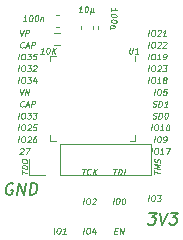
<source format=gbr>
%TF.GenerationSoftware,KiCad,Pcbnew,(5.99.0-10506-gb986797469)*%
%TF.CreationDate,2021-05-05T16:41:54+02:00*%
%TF.ProjectId,ESP31,45535033-312e-46b6-9963-61645f706362,rev?*%
%TF.SameCoordinates,Original*%
%TF.FileFunction,Legend,Top*%
%TF.FilePolarity,Positive*%
%FSLAX46Y46*%
G04 Gerber Fmt 4.6, Leading zero omitted, Abs format (unit mm)*
G04 Created by KiCad (PCBNEW (5.99.0-10506-gb986797469)) date 2021-05-05 16:41:54*
%MOMM*%
%LPD*%
G01*
G04 APERTURE LIST*
%ADD10C,0.100000*%
%ADD11C,0.200000*%
%ADD12C,0.120000*%
G04 APERTURE END LIST*
D10*
X114634211Y-98726190D02*
X114583616Y-99130952D01*
X114601473Y-99178571D01*
X114622306Y-99202380D01*
X114666949Y-99226190D01*
X114762187Y-99226190D01*
X114812782Y-99202380D01*
X114839568Y-99178571D01*
X114869330Y-99130952D01*
X114919925Y-98726190D01*
X115357425Y-99226190D02*
X115071711Y-99226190D01*
X115214568Y-99226190D02*
X115277068Y-98726190D01*
X115220520Y-98797619D01*
X115166949Y-98845238D01*
X115116354Y-98869047D01*
X110595520Y-95726190D02*
X110309806Y-95726190D01*
X110452663Y-95726190D02*
X110515163Y-95226190D01*
X110458616Y-95297619D01*
X110405044Y-95345238D01*
X110354449Y-95369047D01*
X110967544Y-95226190D02*
X111015163Y-95226190D01*
X111059806Y-95250000D01*
X111080639Y-95273809D01*
X111098497Y-95321428D01*
X111110401Y-95416666D01*
X111095520Y-95535714D01*
X111059806Y-95630952D01*
X111030044Y-95678571D01*
X111003258Y-95702380D01*
X110952663Y-95726190D01*
X110905044Y-95726190D01*
X110860401Y-95702380D01*
X110839568Y-95678571D01*
X110821711Y-95630952D01*
X110809806Y-95535714D01*
X110824687Y-95416666D01*
X110860401Y-95321428D01*
X110890163Y-95273809D01*
X110916949Y-95250000D01*
X110967544Y-95226190D01*
X111327663Y-95392857D02*
X111265163Y-95892857D01*
X111533020Y-95654761D02*
X111550877Y-95702380D01*
X111595520Y-95726190D01*
X111294925Y-95654761D02*
X111312782Y-95702380D01*
X111357425Y-95726190D01*
X111452663Y-95726190D01*
X111503258Y-95702380D01*
X111533020Y-95654761D01*
X111565758Y-95392857D01*
X113023809Y-95643139D02*
X113023809Y-95357425D01*
X113023809Y-95500282D02*
X113523809Y-95562782D01*
X113452380Y-95506235D01*
X113404761Y-95452663D01*
X113380952Y-95402068D01*
X113523809Y-96015163D02*
X113523809Y-96062782D01*
X113500000Y-96107425D01*
X113476190Y-96128258D01*
X113428571Y-96146116D01*
X113333333Y-96158020D01*
X113214285Y-96143139D01*
X113119047Y-96107425D01*
X113071428Y-96077663D01*
X113047619Y-96050877D01*
X113023809Y-96000282D01*
X113023809Y-95952663D01*
X113047619Y-95908020D01*
X113071428Y-95887187D01*
X113119047Y-95869330D01*
X113214285Y-95857425D01*
X113333333Y-95872306D01*
X113428571Y-95908020D01*
X113476190Y-95937782D01*
X113500000Y-95964568D01*
X113523809Y-96015163D01*
X113523809Y-96491354D02*
X113523809Y-96538973D01*
X113500000Y-96583616D01*
X113476190Y-96604449D01*
X113428571Y-96622306D01*
X113333333Y-96634211D01*
X113214285Y-96619330D01*
X113119047Y-96583616D01*
X113071428Y-96553854D01*
X113047619Y-96527068D01*
X113023809Y-96476473D01*
X113023809Y-96428854D01*
X113047619Y-96384211D01*
X113071428Y-96363377D01*
X113119047Y-96345520D01*
X113214285Y-96333616D01*
X113333333Y-96348497D01*
X113428571Y-96384211D01*
X113476190Y-96413973D01*
X113500000Y-96440758D01*
X113523809Y-96491354D01*
X113357142Y-96851473D02*
X113023809Y-96809806D01*
X113309523Y-96845520D02*
X113333333Y-96872306D01*
X113357142Y-96922901D01*
X113357142Y-96994330D01*
X113333333Y-97038973D01*
X113285714Y-97056830D01*
X113023809Y-97024092D01*
X105893139Y-96476190D02*
X105607425Y-96476190D01*
X105750282Y-96476190D02*
X105812782Y-95976190D01*
X105756235Y-96047619D01*
X105702663Y-96095238D01*
X105652068Y-96119047D01*
X106265163Y-95976190D02*
X106312782Y-95976190D01*
X106357425Y-96000000D01*
X106378258Y-96023809D01*
X106396116Y-96071428D01*
X106408020Y-96166666D01*
X106393139Y-96285714D01*
X106357425Y-96380952D01*
X106327663Y-96428571D01*
X106300877Y-96452380D01*
X106250282Y-96476190D01*
X106202663Y-96476190D01*
X106158020Y-96452380D01*
X106137187Y-96428571D01*
X106119330Y-96380952D01*
X106107425Y-96285714D01*
X106122306Y-96166666D01*
X106158020Y-96071428D01*
X106187782Y-96023809D01*
X106214568Y-96000000D01*
X106265163Y-95976190D01*
X106741354Y-95976190D02*
X106788973Y-95976190D01*
X106833616Y-96000000D01*
X106854449Y-96023809D01*
X106872306Y-96071428D01*
X106884211Y-96166666D01*
X106869330Y-96285714D01*
X106833616Y-96380952D01*
X106803854Y-96428571D01*
X106777068Y-96452380D01*
X106726473Y-96476190D01*
X106678854Y-96476190D01*
X106634211Y-96452380D01*
X106613377Y-96428571D01*
X106595520Y-96380952D01*
X106583616Y-96285714D01*
X106598497Y-96166666D01*
X106634211Y-96071428D01*
X106663973Y-96023809D01*
X106690758Y-96000000D01*
X106741354Y-95976190D01*
X107101473Y-96142857D02*
X107059806Y-96476190D01*
X107095520Y-96190476D02*
X107122306Y-96166666D01*
X107172901Y-96142857D01*
X107244330Y-96142857D01*
X107288973Y-96166666D01*
X107306830Y-96214285D01*
X107274092Y-96476190D01*
X107357425Y-99226190D02*
X107071711Y-99226190D01*
X107214568Y-99226190D02*
X107277068Y-98726190D01*
X107220520Y-98797619D01*
X107166949Y-98845238D01*
X107116354Y-98869047D01*
X107729449Y-98726190D02*
X107777068Y-98726190D01*
X107821711Y-98750000D01*
X107842544Y-98773809D01*
X107860401Y-98821428D01*
X107872306Y-98916666D01*
X107857425Y-99035714D01*
X107821711Y-99130952D01*
X107791949Y-99178571D01*
X107765163Y-99202380D01*
X107714568Y-99226190D01*
X107666949Y-99226190D01*
X107622306Y-99202380D01*
X107601473Y-99178571D01*
X107583616Y-99130952D01*
X107571711Y-99035714D01*
X107586592Y-98916666D01*
X107622306Y-98821428D01*
X107652068Y-98773809D01*
X107678854Y-98750000D01*
X107729449Y-98726190D01*
X108047901Y-99226190D02*
X108110401Y-98726190D01*
X108333616Y-99226190D02*
X108155044Y-98940476D01*
X108396116Y-98726190D02*
X108074687Y-99011904D01*
X116726190Y-109401502D02*
X116726190Y-109115788D01*
X117226190Y-109321145D02*
X116726190Y-109258645D01*
X117226190Y-109011622D02*
X116726190Y-108949122D01*
X117083333Y-108827098D01*
X116726190Y-108615788D01*
X117226190Y-108678288D01*
X117202380Y-108461026D02*
X117226190Y-108392574D01*
X117226190Y-108273526D01*
X117202380Y-108222931D01*
X117178571Y-108196145D01*
X117130952Y-108166383D01*
X117083333Y-108160431D01*
X117035714Y-108178288D01*
X117011904Y-108199122D01*
X116988095Y-108243764D01*
X116964285Y-108336026D01*
X116940476Y-108380669D01*
X116916666Y-108401502D01*
X116869047Y-108419360D01*
X116821428Y-108413407D01*
X116773809Y-108383645D01*
X116750000Y-108356860D01*
X116726190Y-108306264D01*
X116726190Y-108187217D01*
X116750000Y-108118764D01*
X113253258Y-108976190D02*
X113538973Y-108976190D01*
X113333616Y-109476190D02*
X113396116Y-108976190D01*
X113643139Y-109476190D02*
X113705639Y-108976190D01*
X113824687Y-108976190D01*
X113893139Y-109000000D01*
X113934806Y-109047619D01*
X113952663Y-109095238D01*
X113964568Y-109190476D01*
X113955639Y-109261904D01*
X113919925Y-109357142D01*
X113890163Y-109404761D01*
X113836592Y-109452380D01*
X113762187Y-109476190D01*
X113643139Y-109476190D01*
X114143139Y-109476190D02*
X114205639Y-108976190D01*
X110622306Y-108976190D02*
X110908020Y-108976190D01*
X110702663Y-109476190D02*
X110765163Y-108976190D01*
X111303854Y-109428571D02*
X111277068Y-109452380D01*
X111202663Y-109476190D01*
X111155044Y-109476190D01*
X111086592Y-109452380D01*
X111044925Y-109404761D01*
X111027068Y-109357142D01*
X111015163Y-109261904D01*
X111024092Y-109190476D01*
X111059806Y-109095238D01*
X111089568Y-109047619D01*
X111143139Y-109000000D01*
X111217544Y-108976190D01*
X111265163Y-108976190D01*
X111333616Y-109000000D01*
X111354449Y-109023809D01*
X111512187Y-109476190D02*
X111574687Y-108976190D01*
X111797901Y-109476190D02*
X111619330Y-109190476D01*
X111860401Y-108976190D02*
X111538973Y-109261904D01*
X105476190Y-109389598D02*
X105476190Y-109103883D01*
X105976190Y-109309241D02*
X105476190Y-109246741D01*
X105976190Y-108999717D02*
X105476190Y-108937217D01*
X105476190Y-108818169D01*
X105500000Y-108749717D01*
X105547619Y-108708050D01*
X105595238Y-108690193D01*
X105690476Y-108678288D01*
X105761904Y-108687217D01*
X105857142Y-108722931D01*
X105904761Y-108752693D01*
X105952380Y-108806264D01*
X105976190Y-108880669D01*
X105976190Y-108999717D01*
X105476190Y-108341979D02*
X105476190Y-108246741D01*
X105500000Y-108202098D01*
X105547619Y-108160431D01*
X105642857Y-108148526D01*
X105809523Y-108169360D01*
X105904761Y-108205074D01*
X105952380Y-108258645D01*
X105976190Y-108309241D01*
X105976190Y-108404479D01*
X105952380Y-108449122D01*
X105904761Y-108490788D01*
X105809523Y-108502693D01*
X105642857Y-108481860D01*
X105547619Y-108446145D01*
X105500000Y-108392574D01*
X105476190Y-108341979D01*
X116202663Y-111726190D02*
X116265163Y-111226190D01*
X116598497Y-111226190D02*
X116693735Y-111226190D01*
X116738377Y-111250000D01*
X116780044Y-111297619D01*
X116791949Y-111392857D01*
X116771116Y-111559523D01*
X116735401Y-111654761D01*
X116681830Y-111702380D01*
X116631235Y-111726190D01*
X116535997Y-111726190D01*
X116491354Y-111702380D01*
X116449687Y-111654761D01*
X116437782Y-111559523D01*
X116458616Y-111392857D01*
X116494330Y-111297619D01*
X116547901Y-111250000D01*
X116598497Y-111226190D01*
X116979449Y-111226190D02*
X117288973Y-111226190D01*
X117098497Y-111416666D01*
X117169925Y-111416666D01*
X117214568Y-111440476D01*
X117235401Y-111464285D01*
X117253258Y-111511904D01*
X117238377Y-111630952D01*
X117208616Y-111678571D01*
X117181830Y-111702380D01*
X117131235Y-111726190D01*
X116988377Y-111726190D01*
X116943735Y-111702380D01*
X116922901Y-111678571D01*
X113202663Y-111976190D02*
X113265163Y-111476190D01*
X113598497Y-111476190D02*
X113693735Y-111476190D01*
X113738377Y-111500000D01*
X113780044Y-111547619D01*
X113791949Y-111642857D01*
X113771116Y-111809523D01*
X113735401Y-111904761D01*
X113681830Y-111952380D01*
X113631235Y-111976190D01*
X113535997Y-111976190D01*
X113491354Y-111952380D01*
X113449687Y-111904761D01*
X113437782Y-111809523D01*
X113458616Y-111642857D01*
X113494330Y-111547619D01*
X113547901Y-111500000D01*
X113598497Y-111476190D01*
X114122306Y-111476190D02*
X114169925Y-111476190D01*
X114214568Y-111500000D01*
X114235401Y-111523809D01*
X114253258Y-111571428D01*
X114265163Y-111666666D01*
X114250282Y-111785714D01*
X114214568Y-111880952D01*
X114184806Y-111928571D01*
X114158020Y-111952380D01*
X114107425Y-111976190D01*
X114059806Y-111976190D01*
X114015163Y-111952380D01*
X113994330Y-111928571D01*
X113976473Y-111880952D01*
X113964568Y-111785714D01*
X113979449Y-111666666D01*
X114015163Y-111571428D01*
X114044925Y-111523809D01*
X114071711Y-111500000D01*
X114122306Y-111476190D01*
X110702663Y-111976190D02*
X110765163Y-111476190D01*
X111098497Y-111476190D02*
X111193735Y-111476190D01*
X111238377Y-111500000D01*
X111280044Y-111547619D01*
X111291949Y-111642857D01*
X111271116Y-111809523D01*
X111235401Y-111904761D01*
X111181830Y-111952380D01*
X111131235Y-111976190D01*
X111035997Y-111976190D01*
X110991354Y-111952380D01*
X110949687Y-111904761D01*
X110937782Y-111809523D01*
X110958616Y-111642857D01*
X110994330Y-111547619D01*
X111047901Y-111500000D01*
X111098497Y-111476190D01*
X111497306Y-111523809D02*
X111524092Y-111500000D01*
X111574687Y-111476190D01*
X111693735Y-111476190D01*
X111738377Y-111500000D01*
X111759211Y-111523809D01*
X111777068Y-111571428D01*
X111771116Y-111619047D01*
X111738377Y-111690476D01*
X111416949Y-111976190D01*
X111726473Y-111976190D01*
X113366354Y-114214285D02*
X113533020Y-114214285D01*
X113571711Y-114476190D02*
X113333616Y-114476190D01*
X113396116Y-113976190D01*
X113634211Y-113976190D01*
X113785997Y-114476190D02*
X113848497Y-113976190D01*
X114071711Y-114476190D01*
X114134211Y-113976190D01*
X110702663Y-114476190D02*
X110765163Y-113976190D01*
X111098497Y-113976190D02*
X111193735Y-113976190D01*
X111238377Y-114000000D01*
X111280044Y-114047619D01*
X111291949Y-114142857D01*
X111271116Y-114309523D01*
X111235401Y-114404761D01*
X111181830Y-114452380D01*
X111131235Y-114476190D01*
X111035997Y-114476190D01*
X110991354Y-114452380D01*
X110949687Y-114404761D01*
X110937782Y-114309523D01*
X110958616Y-114142857D01*
X110994330Y-114047619D01*
X111047901Y-114000000D01*
X111098497Y-113976190D01*
X111720520Y-114142857D02*
X111678854Y-114476190D01*
X111625282Y-113952380D02*
X111461592Y-114309523D01*
X111771116Y-114309523D01*
X108202663Y-114476190D02*
X108265163Y-113976190D01*
X108598497Y-113976190D02*
X108693735Y-113976190D01*
X108738377Y-114000000D01*
X108780044Y-114047619D01*
X108791949Y-114142857D01*
X108771116Y-114309523D01*
X108735401Y-114404761D01*
X108681830Y-114452380D01*
X108631235Y-114476190D01*
X108535997Y-114476190D01*
X108491354Y-114452380D01*
X108449687Y-114404761D01*
X108437782Y-114309523D01*
X108458616Y-114142857D01*
X108494330Y-114047619D01*
X108547901Y-114000000D01*
X108598497Y-113976190D01*
X109226473Y-114476190D02*
X108940758Y-114476190D01*
X109083616Y-114476190D02*
X109146116Y-113976190D01*
X109089568Y-114047619D01*
X109035997Y-114095238D01*
X108985401Y-114119047D01*
D11*
X116292232Y-112702380D02*
X116911279Y-112702380D01*
X116530327Y-113083333D01*
X116673184Y-113083333D01*
X116762470Y-113130952D01*
X116804136Y-113178571D01*
X116839851Y-113273809D01*
X116810089Y-113511904D01*
X116750565Y-113607142D01*
X116696994Y-113654761D01*
X116595803Y-113702380D01*
X116310089Y-113702380D01*
X116220803Y-113654761D01*
X116179136Y-113607142D01*
X117196994Y-112702380D02*
X117405327Y-113702380D01*
X117863660Y-112702380D01*
X118101755Y-112702380D02*
X118720803Y-112702380D01*
X118339851Y-113083333D01*
X118482708Y-113083333D01*
X118571994Y-113130952D01*
X118613660Y-113178571D01*
X118649375Y-113273809D01*
X118619613Y-113511904D01*
X118560089Y-113607142D01*
X118506517Y-113654761D01*
X118405327Y-113702380D01*
X118119613Y-113702380D01*
X118030327Y-113654761D01*
X117988660Y-113607142D01*
X104762470Y-110250000D02*
X104673184Y-110202380D01*
X104530327Y-110202380D01*
X104381517Y-110250000D01*
X104274375Y-110345238D01*
X104214851Y-110440476D01*
X104143422Y-110630952D01*
X104125565Y-110773809D01*
X104149375Y-110964285D01*
X104185089Y-111059523D01*
X104268422Y-111154761D01*
X104405327Y-111202380D01*
X104500565Y-111202380D01*
X104649375Y-111154761D01*
X104702946Y-111107142D01*
X104744613Y-110773809D01*
X104554136Y-110773809D01*
X105119613Y-111202380D02*
X105244613Y-110202380D01*
X105691041Y-111202380D01*
X105816041Y-110202380D01*
X106167232Y-111202380D02*
X106292232Y-110202380D01*
X106530327Y-110202380D01*
X106667232Y-110250000D01*
X106750565Y-110345238D01*
X106786279Y-110440476D01*
X106810089Y-110630952D01*
X106792232Y-110773809D01*
X106720803Y-110964285D01*
X106661279Y-111059523D01*
X106554136Y-111154761D01*
X106405327Y-111202380D01*
X106167232Y-111202380D01*
D10*
X116464568Y-107726190D02*
X116527068Y-107226190D01*
X116860401Y-107226190D02*
X116955639Y-107226190D01*
X117000282Y-107250000D01*
X117041949Y-107297619D01*
X117053854Y-107392857D01*
X117033020Y-107559523D01*
X116997306Y-107654761D01*
X116943735Y-107702380D01*
X116893139Y-107726190D01*
X116797901Y-107726190D01*
X116753258Y-107702380D01*
X116711592Y-107654761D01*
X116699687Y-107559523D01*
X116720520Y-107392857D01*
X116756235Y-107297619D01*
X116809806Y-107250000D01*
X116860401Y-107226190D01*
X117488377Y-107726190D02*
X117202663Y-107726190D01*
X117345520Y-107726190D02*
X117408020Y-107226190D01*
X117351473Y-107297619D01*
X117297901Y-107345238D01*
X117247306Y-107369047D01*
X117717544Y-107226190D02*
X118050877Y-107226190D01*
X117774092Y-107726190D01*
X116702663Y-106726190D02*
X116765163Y-106226190D01*
X117098497Y-106226190D02*
X117193735Y-106226190D01*
X117238377Y-106250000D01*
X117280044Y-106297619D01*
X117291949Y-106392857D01*
X117271116Y-106559523D01*
X117235401Y-106654761D01*
X117181830Y-106702380D01*
X117131235Y-106726190D01*
X117035997Y-106726190D01*
X116991354Y-106702380D01*
X116949687Y-106654761D01*
X116937782Y-106559523D01*
X116958616Y-106392857D01*
X116994330Y-106297619D01*
X117047901Y-106250000D01*
X117098497Y-106226190D01*
X117488377Y-106726190D02*
X117583616Y-106726190D01*
X117634211Y-106702380D01*
X117660997Y-106678571D01*
X117717544Y-106607142D01*
X117753258Y-106511904D01*
X117777068Y-106321428D01*
X117759211Y-106273809D01*
X117738377Y-106250000D01*
X117693735Y-106226190D01*
X117598497Y-106226190D01*
X117547901Y-106250000D01*
X117521116Y-106273809D01*
X117491354Y-106321428D01*
X117476473Y-106440476D01*
X117494330Y-106488095D01*
X117515163Y-106511904D01*
X117559806Y-106535714D01*
X117655044Y-106535714D01*
X117705639Y-106511904D01*
X117732425Y-106488095D01*
X117762187Y-106440476D01*
X116464568Y-105726190D02*
X116527068Y-105226190D01*
X116860401Y-105226190D02*
X116955639Y-105226190D01*
X117000282Y-105250000D01*
X117041949Y-105297619D01*
X117053854Y-105392857D01*
X117033020Y-105559523D01*
X116997306Y-105654761D01*
X116943735Y-105702380D01*
X116893139Y-105726190D01*
X116797901Y-105726190D01*
X116753258Y-105702380D01*
X116711592Y-105654761D01*
X116699687Y-105559523D01*
X116720520Y-105392857D01*
X116756235Y-105297619D01*
X116809806Y-105250000D01*
X116860401Y-105226190D01*
X117488377Y-105726190D02*
X117202663Y-105726190D01*
X117345520Y-105726190D02*
X117408020Y-105226190D01*
X117351473Y-105297619D01*
X117297901Y-105345238D01*
X117247306Y-105369047D01*
X117860401Y-105226190D02*
X117908020Y-105226190D01*
X117952663Y-105250000D01*
X117973497Y-105273809D01*
X117991354Y-105321428D01*
X118003258Y-105416666D01*
X117988377Y-105535714D01*
X117952663Y-105630952D01*
X117922901Y-105678571D01*
X117896116Y-105702380D01*
X117845520Y-105726190D01*
X117797901Y-105726190D01*
X117753258Y-105702380D01*
X117732425Y-105678571D01*
X117714568Y-105630952D01*
X117702663Y-105535714D01*
X117717544Y-105416666D01*
X117753258Y-105321428D01*
X117783020Y-105273809D01*
X117809806Y-105250000D01*
X117860401Y-105226190D01*
X116574687Y-104702380D02*
X116643139Y-104726190D01*
X116762187Y-104726190D01*
X116812782Y-104702380D01*
X116839568Y-104678571D01*
X116869330Y-104630952D01*
X116875282Y-104583333D01*
X116857425Y-104535714D01*
X116836592Y-104511904D01*
X116791949Y-104488095D01*
X116699687Y-104464285D01*
X116655044Y-104440476D01*
X116634211Y-104416666D01*
X116616354Y-104369047D01*
X116622306Y-104321428D01*
X116652068Y-104273809D01*
X116678854Y-104250000D01*
X116729449Y-104226190D01*
X116848497Y-104226190D01*
X116916949Y-104250000D01*
X117071711Y-104726190D02*
X117134211Y-104226190D01*
X117253258Y-104226190D01*
X117321711Y-104250000D01*
X117363377Y-104297619D01*
X117381235Y-104345238D01*
X117393139Y-104440476D01*
X117384211Y-104511904D01*
X117348497Y-104607142D01*
X117318735Y-104654761D01*
X117265163Y-104702380D01*
X117190758Y-104726190D01*
X117071711Y-104726190D01*
X117729449Y-104226190D02*
X117777068Y-104226190D01*
X117821711Y-104250000D01*
X117842544Y-104273809D01*
X117860401Y-104321428D01*
X117872306Y-104416666D01*
X117857425Y-104535714D01*
X117821711Y-104630952D01*
X117791949Y-104678571D01*
X117765163Y-104702380D01*
X117714568Y-104726190D01*
X117666949Y-104726190D01*
X117622306Y-104702380D01*
X117601473Y-104678571D01*
X117583616Y-104630952D01*
X117571711Y-104535714D01*
X117586592Y-104416666D01*
X117622306Y-104321428D01*
X117652068Y-104273809D01*
X117678854Y-104250000D01*
X117729449Y-104226190D01*
X116574687Y-103702380D02*
X116643139Y-103726190D01*
X116762187Y-103726190D01*
X116812782Y-103702380D01*
X116839568Y-103678571D01*
X116869330Y-103630952D01*
X116875282Y-103583333D01*
X116857425Y-103535714D01*
X116836592Y-103511904D01*
X116791949Y-103488095D01*
X116699687Y-103464285D01*
X116655044Y-103440476D01*
X116634211Y-103416666D01*
X116616354Y-103369047D01*
X116622306Y-103321428D01*
X116652068Y-103273809D01*
X116678854Y-103250000D01*
X116729449Y-103226190D01*
X116848497Y-103226190D01*
X116916949Y-103250000D01*
X117071711Y-103726190D02*
X117134211Y-103226190D01*
X117253258Y-103226190D01*
X117321711Y-103250000D01*
X117363377Y-103297619D01*
X117381235Y-103345238D01*
X117393139Y-103440476D01*
X117384211Y-103511904D01*
X117348497Y-103607142D01*
X117318735Y-103654761D01*
X117265163Y-103702380D01*
X117190758Y-103726190D01*
X117071711Y-103726190D01*
X117833616Y-103726190D02*
X117547901Y-103726190D01*
X117690758Y-103726190D02*
X117753258Y-103226190D01*
X117696711Y-103297619D01*
X117643139Y-103345238D01*
X117592544Y-103369047D01*
X116702663Y-102726190D02*
X116765163Y-102226190D01*
X117098497Y-102226190D02*
X117193735Y-102226190D01*
X117238377Y-102250000D01*
X117280044Y-102297619D01*
X117291949Y-102392857D01*
X117271116Y-102559523D01*
X117235401Y-102654761D01*
X117181830Y-102702380D01*
X117131235Y-102726190D01*
X117035997Y-102726190D01*
X116991354Y-102702380D01*
X116949687Y-102654761D01*
X116937782Y-102559523D01*
X116958616Y-102392857D01*
X116994330Y-102297619D01*
X117047901Y-102250000D01*
X117098497Y-102226190D01*
X117765163Y-102226190D02*
X117527068Y-102226190D01*
X117473497Y-102464285D01*
X117500282Y-102440476D01*
X117550877Y-102416666D01*
X117669925Y-102416666D01*
X117714568Y-102440476D01*
X117735401Y-102464285D01*
X117753258Y-102511904D01*
X117738377Y-102630952D01*
X117708616Y-102678571D01*
X117681830Y-102702380D01*
X117631235Y-102726190D01*
X117512187Y-102726190D01*
X117467544Y-102702380D01*
X117446711Y-102678571D01*
X116214568Y-101726190D02*
X116277068Y-101226190D01*
X116610401Y-101226190D02*
X116705639Y-101226190D01*
X116750282Y-101250000D01*
X116791949Y-101297619D01*
X116803854Y-101392857D01*
X116783020Y-101559523D01*
X116747306Y-101654761D01*
X116693735Y-101702380D01*
X116643139Y-101726190D01*
X116547901Y-101726190D01*
X116503258Y-101702380D01*
X116461592Y-101654761D01*
X116449687Y-101559523D01*
X116470520Y-101392857D01*
X116506235Y-101297619D01*
X116559806Y-101250000D01*
X116610401Y-101226190D01*
X117238377Y-101726190D02*
X116952663Y-101726190D01*
X117095520Y-101726190D02*
X117158020Y-101226190D01*
X117101473Y-101297619D01*
X117047901Y-101345238D01*
X116997306Y-101369047D01*
X117559806Y-101440476D02*
X117515163Y-101416666D01*
X117494330Y-101392857D01*
X117476473Y-101345238D01*
X117479449Y-101321428D01*
X117509211Y-101273809D01*
X117535997Y-101250000D01*
X117586592Y-101226190D01*
X117681830Y-101226190D01*
X117726473Y-101250000D01*
X117747306Y-101273809D01*
X117765163Y-101321428D01*
X117762187Y-101345238D01*
X117732425Y-101392857D01*
X117705639Y-101416666D01*
X117655044Y-101440476D01*
X117559806Y-101440476D01*
X117509211Y-101464285D01*
X117482425Y-101488095D01*
X117452663Y-101535714D01*
X117440758Y-101630952D01*
X117458616Y-101678571D01*
X117479449Y-101702380D01*
X117524092Y-101726190D01*
X117619330Y-101726190D01*
X117669925Y-101702380D01*
X117696711Y-101678571D01*
X117726473Y-101630952D01*
X117738377Y-101535714D01*
X117720520Y-101488095D01*
X117699687Y-101464285D01*
X117655044Y-101440476D01*
X116214568Y-100726190D02*
X116277068Y-100226190D01*
X116610401Y-100226190D02*
X116705639Y-100226190D01*
X116750282Y-100250000D01*
X116791949Y-100297619D01*
X116803854Y-100392857D01*
X116783020Y-100559523D01*
X116747306Y-100654761D01*
X116693735Y-100702380D01*
X116643139Y-100726190D01*
X116547901Y-100726190D01*
X116503258Y-100702380D01*
X116461592Y-100654761D01*
X116449687Y-100559523D01*
X116470520Y-100392857D01*
X116506235Y-100297619D01*
X116559806Y-100250000D01*
X116610401Y-100226190D01*
X117009211Y-100273809D02*
X117035997Y-100250000D01*
X117086592Y-100226190D01*
X117205639Y-100226190D01*
X117250282Y-100250000D01*
X117271116Y-100273809D01*
X117288973Y-100321428D01*
X117283020Y-100369047D01*
X117250282Y-100440476D01*
X116928854Y-100726190D01*
X117238377Y-100726190D01*
X117467544Y-100226190D02*
X117777068Y-100226190D01*
X117586592Y-100416666D01*
X117658020Y-100416666D01*
X117702663Y-100440476D01*
X117723497Y-100464285D01*
X117741354Y-100511904D01*
X117726473Y-100630952D01*
X117696711Y-100678571D01*
X117669925Y-100702380D01*
X117619330Y-100726190D01*
X117476473Y-100726190D01*
X117431830Y-100702380D01*
X117410997Y-100678571D01*
X116214568Y-99726190D02*
X116277068Y-99226190D01*
X116610401Y-99226190D02*
X116705639Y-99226190D01*
X116750282Y-99250000D01*
X116791949Y-99297619D01*
X116803854Y-99392857D01*
X116783020Y-99559523D01*
X116747306Y-99654761D01*
X116693735Y-99702380D01*
X116643139Y-99726190D01*
X116547901Y-99726190D01*
X116503258Y-99702380D01*
X116461592Y-99654761D01*
X116449687Y-99559523D01*
X116470520Y-99392857D01*
X116506235Y-99297619D01*
X116559806Y-99250000D01*
X116610401Y-99226190D01*
X117238377Y-99726190D02*
X116952663Y-99726190D01*
X117095520Y-99726190D02*
X117158020Y-99226190D01*
X117101473Y-99297619D01*
X117047901Y-99345238D01*
X116997306Y-99369047D01*
X117476473Y-99726190D02*
X117571711Y-99726190D01*
X117622306Y-99702380D01*
X117649092Y-99678571D01*
X117705639Y-99607142D01*
X117741354Y-99511904D01*
X117765163Y-99321428D01*
X117747306Y-99273809D01*
X117726473Y-99250000D01*
X117681830Y-99226190D01*
X117586592Y-99226190D01*
X117535997Y-99250000D01*
X117509211Y-99273809D01*
X117479449Y-99321428D01*
X117464568Y-99440476D01*
X117482425Y-99488095D01*
X117503258Y-99511904D01*
X117547901Y-99535714D01*
X117643139Y-99535714D01*
X117693735Y-99511904D01*
X117720520Y-99488095D01*
X117750282Y-99440476D01*
X116214568Y-98726190D02*
X116277068Y-98226190D01*
X116610401Y-98226190D02*
X116705639Y-98226190D01*
X116750282Y-98250000D01*
X116791949Y-98297619D01*
X116803854Y-98392857D01*
X116783020Y-98559523D01*
X116747306Y-98654761D01*
X116693735Y-98702380D01*
X116643139Y-98726190D01*
X116547901Y-98726190D01*
X116503258Y-98702380D01*
X116461592Y-98654761D01*
X116449687Y-98559523D01*
X116470520Y-98392857D01*
X116506235Y-98297619D01*
X116559806Y-98250000D01*
X116610401Y-98226190D01*
X117009211Y-98273809D02*
X117035997Y-98250000D01*
X117086592Y-98226190D01*
X117205639Y-98226190D01*
X117250282Y-98250000D01*
X117271116Y-98273809D01*
X117288973Y-98321428D01*
X117283020Y-98369047D01*
X117250282Y-98440476D01*
X116928854Y-98726190D01*
X117238377Y-98726190D01*
X117485401Y-98273809D02*
X117512187Y-98250000D01*
X117562782Y-98226190D01*
X117681830Y-98226190D01*
X117726473Y-98250000D01*
X117747306Y-98273809D01*
X117765163Y-98321428D01*
X117759211Y-98369047D01*
X117726473Y-98440476D01*
X117405044Y-98726190D01*
X117714568Y-98726190D01*
X116214568Y-97726190D02*
X116277068Y-97226190D01*
X116610401Y-97226190D02*
X116705639Y-97226190D01*
X116750282Y-97250000D01*
X116791949Y-97297619D01*
X116803854Y-97392857D01*
X116783020Y-97559523D01*
X116747306Y-97654761D01*
X116693735Y-97702380D01*
X116643139Y-97726190D01*
X116547901Y-97726190D01*
X116503258Y-97702380D01*
X116461592Y-97654761D01*
X116449687Y-97559523D01*
X116470520Y-97392857D01*
X116506235Y-97297619D01*
X116559806Y-97250000D01*
X116610401Y-97226190D01*
X117009211Y-97273809D02*
X117035997Y-97250000D01*
X117086592Y-97226190D01*
X117205639Y-97226190D01*
X117250282Y-97250000D01*
X117271116Y-97273809D01*
X117288973Y-97321428D01*
X117283020Y-97369047D01*
X117250282Y-97440476D01*
X116928854Y-97726190D01*
X117238377Y-97726190D01*
X117714568Y-97726190D02*
X117428854Y-97726190D01*
X117571711Y-97726190D02*
X117634211Y-97226190D01*
X117577663Y-97297619D01*
X117524092Y-97345238D01*
X117473497Y-97369047D01*
X105378258Y-107273809D02*
X105405044Y-107250000D01*
X105455639Y-107226190D01*
X105574687Y-107226190D01*
X105619330Y-107250000D01*
X105640163Y-107273809D01*
X105658020Y-107321428D01*
X105652068Y-107369047D01*
X105619330Y-107440476D01*
X105297901Y-107726190D01*
X105607425Y-107726190D01*
X105836592Y-107226190D02*
X106169925Y-107226190D01*
X105893139Y-107726190D01*
X105214568Y-106726190D02*
X105277068Y-106226190D01*
X105610401Y-106226190D02*
X105705639Y-106226190D01*
X105750282Y-106250000D01*
X105791949Y-106297619D01*
X105803854Y-106392857D01*
X105783020Y-106559523D01*
X105747306Y-106654761D01*
X105693735Y-106702380D01*
X105643139Y-106726190D01*
X105547901Y-106726190D01*
X105503258Y-106702380D01*
X105461592Y-106654761D01*
X105449687Y-106559523D01*
X105470520Y-106392857D01*
X105506235Y-106297619D01*
X105559806Y-106250000D01*
X105610401Y-106226190D01*
X106009211Y-106273809D02*
X106035997Y-106250000D01*
X106086592Y-106226190D01*
X106205639Y-106226190D01*
X106250282Y-106250000D01*
X106271116Y-106273809D01*
X106288973Y-106321428D01*
X106283020Y-106369047D01*
X106250282Y-106440476D01*
X105928854Y-106726190D01*
X106238377Y-106726190D01*
X106729449Y-106226190D02*
X106634211Y-106226190D01*
X106583616Y-106250000D01*
X106556830Y-106273809D01*
X106500282Y-106345238D01*
X106464568Y-106440476D01*
X106440758Y-106630952D01*
X106458616Y-106678571D01*
X106479449Y-106702380D01*
X106524092Y-106726190D01*
X106619330Y-106726190D01*
X106669925Y-106702380D01*
X106696711Y-106678571D01*
X106726473Y-106630952D01*
X106741354Y-106511904D01*
X106723497Y-106464285D01*
X106702663Y-106440476D01*
X106658020Y-106416666D01*
X106562782Y-106416666D01*
X106512187Y-106440476D01*
X106485401Y-106464285D01*
X106455639Y-106511904D01*
X105214568Y-105726190D02*
X105277068Y-105226190D01*
X105610401Y-105226190D02*
X105705639Y-105226190D01*
X105750282Y-105250000D01*
X105791949Y-105297619D01*
X105803854Y-105392857D01*
X105783020Y-105559523D01*
X105747306Y-105654761D01*
X105693735Y-105702380D01*
X105643139Y-105726190D01*
X105547901Y-105726190D01*
X105503258Y-105702380D01*
X105461592Y-105654761D01*
X105449687Y-105559523D01*
X105470520Y-105392857D01*
X105506235Y-105297619D01*
X105559806Y-105250000D01*
X105610401Y-105226190D01*
X106009211Y-105273809D02*
X106035997Y-105250000D01*
X106086592Y-105226190D01*
X106205639Y-105226190D01*
X106250282Y-105250000D01*
X106271116Y-105273809D01*
X106288973Y-105321428D01*
X106283020Y-105369047D01*
X106250282Y-105440476D01*
X105928854Y-105726190D01*
X106238377Y-105726190D01*
X106753258Y-105226190D02*
X106515163Y-105226190D01*
X106461592Y-105464285D01*
X106488377Y-105440476D01*
X106538973Y-105416666D01*
X106658020Y-105416666D01*
X106702663Y-105440476D01*
X106723497Y-105464285D01*
X106741354Y-105511904D01*
X106726473Y-105630952D01*
X106696711Y-105678571D01*
X106669925Y-105702380D01*
X106619330Y-105726190D01*
X106500282Y-105726190D01*
X106455639Y-105702380D01*
X106434806Y-105678571D01*
X105214568Y-104726190D02*
X105277068Y-104226190D01*
X105610401Y-104226190D02*
X105705639Y-104226190D01*
X105750282Y-104250000D01*
X105791949Y-104297619D01*
X105803854Y-104392857D01*
X105783020Y-104559523D01*
X105747306Y-104654761D01*
X105693735Y-104702380D01*
X105643139Y-104726190D01*
X105547901Y-104726190D01*
X105503258Y-104702380D01*
X105461592Y-104654761D01*
X105449687Y-104559523D01*
X105470520Y-104392857D01*
X105506235Y-104297619D01*
X105559806Y-104250000D01*
X105610401Y-104226190D01*
X105991354Y-104226190D02*
X106300877Y-104226190D01*
X106110401Y-104416666D01*
X106181830Y-104416666D01*
X106226473Y-104440476D01*
X106247306Y-104464285D01*
X106265163Y-104511904D01*
X106250282Y-104630952D01*
X106220520Y-104678571D01*
X106193735Y-104702380D01*
X106143139Y-104726190D01*
X106000282Y-104726190D01*
X105955639Y-104702380D01*
X105934806Y-104678571D01*
X106467544Y-104226190D02*
X106777068Y-104226190D01*
X106586592Y-104416666D01*
X106658020Y-104416666D01*
X106702663Y-104440476D01*
X106723497Y-104464285D01*
X106741354Y-104511904D01*
X106726473Y-104630952D01*
X106696711Y-104678571D01*
X106669925Y-104702380D01*
X106619330Y-104726190D01*
X106476473Y-104726190D01*
X106431830Y-104702380D01*
X106410997Y-104678571D01*
X105649092Y-103678571D02*
X105622306Y-103702380D01*
X105547901Y-103726190D01*
X105500282Y-103726190D01*
X105431830Y-103702380D01*
X105390163Y-103654761D01*
X105372306Y-103607142D01*
X105360401Y-103511904D01*
X105369330Y-103440476D01*
X105405044Y-103345238D01*
X105434806Y-103297619D01*
X105488377Y-103250000D01*
X105562782Y-103226190D01*
X105610401Y-103226190D01*
X105678854Y-103250000D01*
X105699687Y-103273809D01*
X105851473Y-103583333D02*
X106089568Y-103583333D01*
X105785997Y-103726190D02*
X106015163Y-103226190D01*
X106119330Y-103726190D01*
X106285997Y-103726190D02*
X106348497Y-103226190D01*
X106538973Y-103226190D01*
X106583616Y-103250000D01*
X106604449Y-103273809D01*
X106622306Y-103321428D01*
X106613377Y-103392857D01*
X106583616Y-103440476D01*
X106556830Y-103464285D01*
X106506235Y-103488095D01*
X106315758Y-103488095D01*
X105336592Y-102226190D02*
X105440758Y-102726190D01*
X105669925Y-102226190D01*
X105774092Y-102726190D02*
X105836592Y-102226190D01*
X106059806Y-102726190D01*
X106122306Y-102226190D01*
X105214568Y-101726190D02*
X105277068Y-101226190D01*
X105610401Y-101226190D02*
X105705639Y-101226190D01*
X105750282Y-101250000D01*
X105791949Y-101297619D01*
X105803854Y-101392857D01*
X105783020Y-101559523D01*
X105747306Y-101654761D01*
X105693735Y-101702380D01*
X105643139Y-101726190D01*
X105547901Y-101726190D01*
X105503258Y-101702380D01*
X105461592Y-101654761D01*
X105449687Y-101559523D01*
X105470520Y-101392857D01*
X105506235Y-101297619D01*
X105559806Y-101250000D01*
X105610401Y-101226190D01*
X105991354Y-101226190D02*
X106300877Y-101226190D01*
X106110401Y-101416666D01*
X106181830Y-101416666D01*
X106226473Y-101440476D01*
X106247306Y-101464285D01*
X106265163Y-101511904D01*
X106250282Y-101630952D01*
X106220520Y-101678571D01*
X106193735Y-101702380D01*
X106143139Y-101726190D01*
X106000282Y-101726190D01*
X105955639Y-101702380D01*
X105934806Y-101678571D01*
X106708616Y-101392857D02*
X106666949Y-101726190D01*
X106613377Y-101202380D02*
X106449687Y-101559523D01*
X106759211Y-101559523D01*
X105214568Y-100726190D02*
X105277068Y-100226190D01*
X105610401Y-100226190D02*
X105705639Y-100226190D01*
X105750282Y-100250000D01*
X105791949Y-100297619D01*
X105803854Y-100392857D01*
X105783020Y-100559523D01*
X105747306Y-100654761D01*
X105693735Y-100702380D01*
X105643139Y-100726190D01*
X105547901Y-100726190D01*
X105503258Y-100702380D01*
X105461592Y-100654761D01*
X105449687Y-100559523D01*
X105470520Y-100392857D01*
X105506235Y-100297619D01*
X105559806Y-100250000D01*
X105610401Y-100226190D01*
X105991354Y-100226190D02*
X106300877Y-100226190D01*
X106110401Y-100416666D01*
X106181830Y-100416666D01*
X106226473Y-100440476D01*
X106247306Y-100464285D01*
X106265163Y-100511904D01*
X106250282Y-100630952D01*
X106220520Y-100678571D01*
X106193735Y-100702380D01*
X106143139Y-100726190D01*
X106000282Y-100726190D01*
X105955639Y-100702380D01*
X105934806Y-100678571D01*
X106485401Y-100273809D02*
X106512187Y-100250000D01*
X106562782Y-100226190D01*
X106681830Y-100226190D01*
X106726473Y-100250000D01*
X106747306Y-100273809D01*
X106765163Y-100321428D01*
X106759211Y-100369047D01*
X106726473Y-100440476D01*
X106405044Y-100726190D01*
X106714568Y-100726190D01*
X105214568Y-99726190D02*
X105277068Y-99226190D01*
X105610401Y-99226190D02*
X105705639Y-99226190D01*
X105750282Y-99250000D01*
X105791949Y-99297619D01*
X105803854Y-99392857D01*
X105783020Y-99559523D01*
X105747306Y-99654761D01*
X105693735Y-99702380D01*
X105643139Y-99726190D01*
X105547901Y-99726190D01*
X105503258Y-99702380D01*
X105461592Y-99654761D01*
X105449687Y-99559523D01*
X105470520Y-99392857D01*
X105506235Y-99297619D01*
X105559806Y-99250000D01*
X105610401Y-99226190D01*
X105991354Y-99226190D02*
X106300877Y-99226190D01*
X106110401Y-99416666D01*
X106181830Y-99416666D01*
X106226473Y-99440476D01*
X106247306Y-99464285D01*
X106265163Y-99511904D01*
X106250282Y-99630952D01*
X106220520Y-99678571D01*
X106193735Y-99702380D01*
X106143139Y-99726190D01*
X106000282Y-99726190D01*
X105955639Y-99702380D01*
X105934806Y-99678571D01*
X106753258Y-99226190D02*
X106515163Y-99226190D01*
X106461592Y-99464285D01*
X106488377Y-99440476D01*
X106538973Y-99416666D01*
X106658020Y-99416666D01*
X106702663Y-99440476D01*
X106723497Y-99464285D01*
X106741354Y-99511904D01*
X106726473Y-99630952D01*
X106696711Y-99678571D01*
X106669925Y-99702380D01*
X106619330Y-99726190D01*
X106500282Y-99726190D01*
X106455639Y-99702380D01*
X106434806Y-99678571D01*
X105649092Y-98678571D02*
X105622306Y-98702380D01*
X105547901Y-98726190D01*
X105500282Y-98726190D01*
X105431830Y-98702380D01*
X105390163Y-98654761D01*
X105372306Y-98607142D01*
X105360401Y-98511904D01*
X105369330Y-98440476D01*
X105405044Y-98345238D01*
X105434806Y-98297619D01*
X105488377Y-98250000D01*
X105562782Y-98226190D01*
X105610401Y-98226190D01*
X105678854Y-98250000D01*
X105699687Y-98273809D01*
X105851473Y-98583333D02*
X106089568Y-98583333D01*
X105785997Y-98726190D02*
X106015163Y-98226190D01*
X106119330Y-98726190D01*
X106285997Y-98726190D02*
X106348497Y-98226190D01*
X106538973Y-98226190D01*
X106583616Y-98250000D01*
X106604449Y-98273809D01*
X106622306Y-98321428D01*
X106613377Y-98392857D01*
X106583616Y-98440476D01*
X106556830Y-98464285D01*
X106506235Y-98488095D01*
X106315758Y-98488095D01*
X105348497Y-97226190D02*
X105452663Y-97726190D01*
X105681830Y-97226190D01*
X105785997Y-97726190D02*
X105848497Y-97226190D01*
X106038973Y-97226190D01*
X106083616Y-97250000D01*
X106104449Y-97273809D01*
X106122306Y-97321428D01*
X106113377Y-97392857D01*
X106083616Y-97440476D01*
X106056830Y-97464285D01*
X106006235Y-97488095D01*
X105815758Y-97488095D01*
D12*
%TO.C,C1*%
X108359420Y-95990000D02*
X108640580Y-95990000D01*
X108359420Y-97010000D02*
X108640580Y-97010000D01*
%TO.C,C2*%
X111510000Y-96859420D02*
X111510000Y-97140580D01*
X110490000Y-96859420D02*
X110490000Y-97140580D01*
%TO.C,C3*%
X113010000Y-96859420D02*
X113010000Y-97140580D01*
X111990000Y-96859420D02*
X111990000Y-97140580D01*
%TO.C,U1*%
X115110000Y-106135000D02*
X115110000Y-106610000D01*
X115110000Y-106610000D02*
X114635000Y-106610000D01*
X107890000Y-99865000D02*
X107890000Y-99390000D01*
X107890000Y-99390000D02*
X108365000Y-99390000D01*
X107890000Y-106135000D02*
X107890000Y-106610000D01*
X107890000Y-106610000D02*
X108365000Y-106610000D01*
X115110000Y-99865000D02*
X115110000Y-99390000D01*
%TO.C,R1*%
X108737258Y-98522500D02*
X108262742Y-98522500D01*
X108737258Y-97477500D02*
X108262742Y-97477500D01*
%TO.C,J2*%
X116410000Y-109515000D02*
X116410000Y-106855000D01*
X108730000Y-109515000D02*
X116410000Y-109515000D01*
X108730000Y-106855000D02*
X116410000Y-106855000D01*
X108730000Y-109515000D02*
X108730000Y-106855000D01*
X107460000Y-109515000D02*
X106130000Y-109515000D01*
X106130000Y-109515000D02*
X106130000Y-108185000D01*
%TD*%
M02*

</source>
